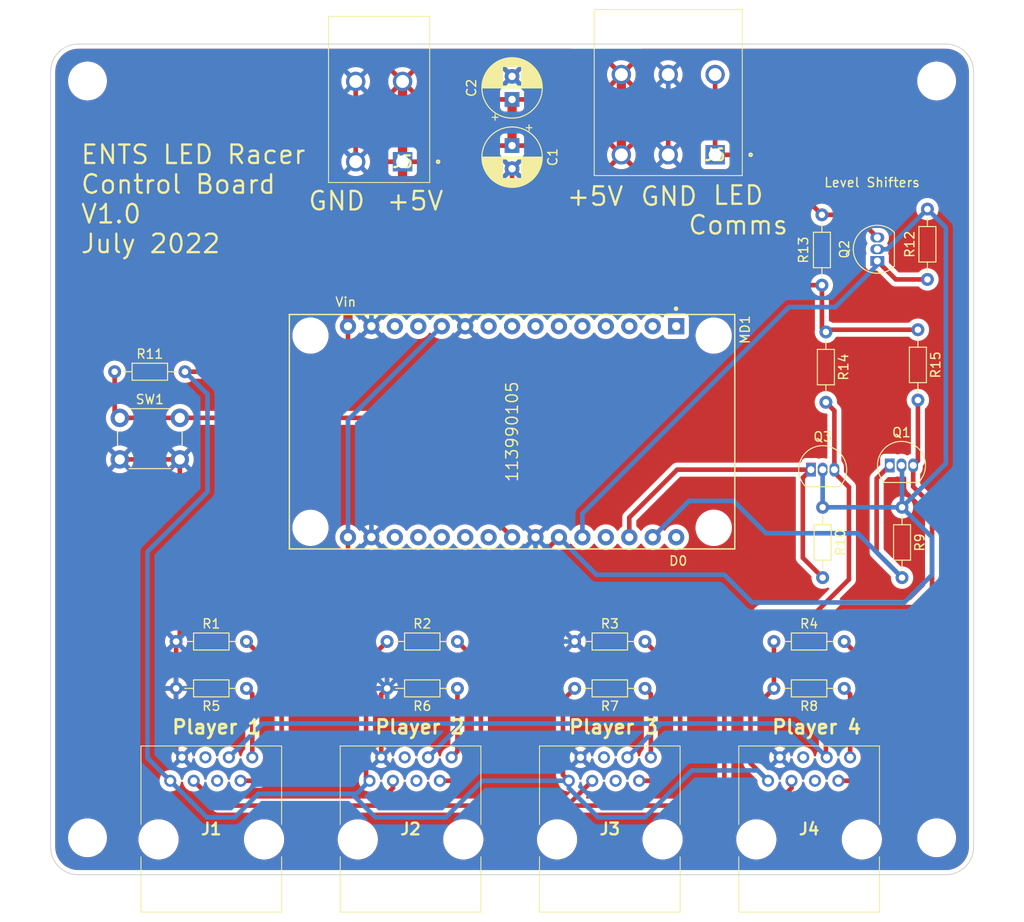
<source format=kicad_pcb>
(kicad_pcb (version 20211014) (generator pcbnew)
  (layers (0 "F.Cu" signal) (31 "B.Cu" signal) (34 "B.Paste" user) (35 "F.Paste" user) (36 "B.SilkS" user "B.Silkscreen") (37 "F.SilkS" user "F.Silkscreen") (38 "B.Mask" user) (39 "F.Mask" user) (44 "Edge.Cuts" user))
  (net 0 "")
  (net 1 "+5V")
  (net 2 "GND")
  (net 3 "/SDA_HV")
  (net 6 "/SCL_HV")
  (net 7 "Net-(J1-Pad7)")
  (net 8 "Net-(J1-Pad8)")
  (net 11 "Net-(J2-Pad7)")
  (net 12 "Net-(J2-Pad8)")
  (net 15 "Net-(J3-Pad7)")
  (net 16 "Net-(J3-Pad8)")
  (net 19 "Net-(J4-Pad7)")
  (net 20 "Net-(J4-Pad8)")
  (net 21 "/LED_COMM_HV")
  (net 31 "+3V3")
  (net 39 "/Button")
  (net 40 "/LED_COMM_LV")
  (net 42 "/SDA_LV")
  (net 43 "/SCL_LV")
  (footprint "Button_Switch_THT:SW_PUSH_6mm" (layer "F.Cu") (at 25.5 58.5)
    (fp_text reference "SW1" (at 3.25 -2) (layer "F.SilkS"))
    (fp_text value "SW_Push")
    (pad "1" thru_hole circle (at 6.5 0 90) (size 2 2) (drill 1.1) (layers *.Cu *.Mask) (net 39 "/Button"))
    (pad "1" thru_hole circle (at 0 0 90) (size 2 2) (drill 1.1) (layers *.Cu *.Mask) (net 39 "/Button"))
    (pad "2" thru_hole circle (at 0 4.5 90) (size 2 2) (drill 1.1) (layers *.Cu *.Mask) (net 2 "GND"))
    (pad "2" thru_hole circle (at 6.5 4.5 90) (size 2 2) (drill 1.1) (layers *.Cu *.Mask) (net 2 "GND"))
  )
  (footprint "Capacitor_THT:CP_Radial_D6.3mm_P2.50mm" (layer "F.Cu") (at 68 24 90)
    (fp_text reference "C2" (at 1.25 -4.4 90) (layer "F.SilkS"))
    (fp_text value "C_Polarized")
    (pad "1" thru_hole rect (at 0 0 90) (size 1.6 1.6) (drill 0.8) (layers *.Cu *.Mask) (net 1 "+5V"))
    (pad "2" thru_hole circle (at 2.5 0 90) (size 1.6 1.6) (drill 0.8) (layers *.Cu *.Mask) (net 2 "GND"))
  )
  (footprint "MountingHole:MountingHole_3.2mm_M3" (layer "F.Cu") (at 114 104)
    (fp_text reference "REF**" hide)
    (fp_text value "MountingHole_3.2mm_M3")
    (pad "" np_thru_hole circle (at 0 0) (size 3.2 3.2) (drill 3.2) (layers *.Cu *.Mask))
  )
  (footprint "Resistor_THT:R_Axial_DIN0204_L3.6mm_D1.6mm_P7.62mm_Horizontal" (layer "F.Cu") (at 113 43.5 90)
    (fp_text reference "R12" (at 3.81 -1.92 90) (layer "F.SilkS"))
    (fp_text value "4.7k")
    (pad "1" thru_hole circle (at 0 0 90) (size 1.4 1.4) (drill 0.7) (layers *.Cu *.Mask) (net 40 "/LED_COMM_LV"))
    (pad "2" thru_hole oval (at 7.62 0 90) (size 1.4 1.4) (drill 0.7) (layers *.Cu *.Mask) (net 31 "+3V3"))
  )
  (footprint "KiCad:54601908WPLF" (layer "F.Cu") (at 30.965 97.82)
    (fp_text reference "J1" (at 4.445 5.23) (layer "F.SilkS") (effects (font (size 1.27 1.27) (thickness 0.254))))
    (fp_text value "54601-908WPLF" hide)
    (pad "" np_thru_hole circle locked (at 10.161 6.35) (size 3.35 3.35) (drill 3.35) (layers *.Cu *.Mask))
    (pad "" np_thru_hole circle locked (at -1.271 6.35) (size 3.35 3.35) (drill 3.35) (layers *.Cu *.Mask))
    (pad "1" thru_hole circle locked (at 0 0) (size 1.303 1.303) (drill 0.76) (layers *.Cu *.Mask) (net 1 "+5V"))
    (pad "2" thru_hole circle locked (at 1.27 -2.54) (size 1.303 1.303) (drill 0.76) (layers *.Cu *.Mask) (net 2 "GND"))
    (pad "3" thru_hole circle locked (at 2.54 0) (size 1.303 1.303) (drill 0.76) (layers *.Cu *.Mask) (net 3 "/SDA_HV"))
    (pad "4" thru_hole circle locked (at 3.81 -2.54) (size 1.303 1.303) (drill 0.76) (layers *.Cu *.Mask))
    (pad "5" thru_hole circle locked (at 5.08 0) (size 1.303 1.303) (drill 0.76) (layers *.Cu *.Mask))
    (pad "6" thru_hole circle locked (at 6.35 -2.54) (size 1.303 1.303) (drill 0.76) (layers *.Cu *.Mask) (net 6 "/SCL_HV"))
    (pad "7" thru_hole circle locked (at 7.62 0) (size 1.303 1.303) (drill 0.76) (layers *.Cu *.Mask) (net 7 "Net-(J1-Pad7)"))
    (pad "8" thru_hole circle locked (at 8.89 -2.54) (size 1.303 1.303) (drill 0.76) (layers *.Cu *.Mask) (net 8 "Net-(J1-Pad8)"))
  )
  (footprint "KiCad:54601908WPLF" (layer "F.Cu") (at 95.735 97.82)
    (fp_text reference "J4" (at 4.445 5.23) (layer "F.SilkS") (effects (font (size 1.27 1.27) (thickness 0.254))))
    (fp_text value "54601-908WPLF" hide)
    (pad "" np_thru_hole circle locked (at 10.161 6.35) (size 3.35 3.35) (drill 3.35) (layers *.Cu *.Mask))
    (pad "" np_thru_hole circle locked (at -1.271 6.35) (size 3.35 3.35) (drill 3.35) (layers *.Cu *.Mask))
    (pad "1" thru_hole circle locked (at 0 0) (size 1.303 1.303) (drill 0.76) (layers *.Cu *.Mask) (net 1 "+5V"))
    (pad "2" thru_hole circle locked (at 1.27 -2.54) (size 1.303 1.303) (drill 0.76) (layers *.Cu *.Mask) (net 2 "GND"))
    (pad "3" thru_hole circle locked (at 2.54 0) (size 1.303 1.303) (drill 0.76) (layers *.Cu *.Mask) (net 3 "/SDA_HV"))
    (pad "4" thru_hole circle locked (at 3.81 -2.54) (size 1.303 1.303) (drill 0.76) (layers *.Cu *.Mask))
    (pad "5" thru_hole circle locked (at 5.08 0) (size 1.303 1.303) (drill 0.76) (layers *.Cu *.Mask))
    (pad "6" thru_hole circle locked (at 6.35 -2.54) (size 1.303 1.303) (drill 0.76) (layers *.Cu *.Mask) (net 6 "/SCL_HV"))
    (pad "7" thru_hole circle locked (at 7.62 0) (size 1.303 1.303) (drill 0.76) (layers *.Cu *.Mask) (net 19 "Net-(J4-Pad7)"))
    (pad "8" thru_hole circle locked (at 8.89 -2.54) (size 1.303 1.303) (drill 0.76) (layers *.Cu *.Mask) (net 20 "Net-(J4-Pad8)"))
  )
  (footprint "Resistor_THT:R_Axial_DIN0204_L3.6mm_D1.6mm_P7.62mm_Horizontal" (layer "F.Cu") (at 62.08 87.81 180)
    (fp_text reference "R6" (at 3.81 -1.92) (layer "F.SilkS"))
    (fp_text value "1k")
    (pad "1" thru_hole circle (at 0 0 180) (size 1.4 1.4) (drill 0.7) (layers *.Cu *.Mask) (net 12 "Net-(J2-Pad8)"))
    (pad "2" thru_hole oval (at 7.62 0 180) (size 1.4 1.4) (drill 0.7) (layers *.Cu *.Mask) (net 2 "GND"))
  )
  (footprint "Resistor_THT:R_Axial_DIN0204_L3.6mm_D1.6mm_P7.62mm_Horizontal" (layer "F.Cu") (at 24.94 53.5)
    (fp_text reference "R11" (at 3.81 -1.92) (layer "F.SilkS"))
    (fp_text value "4.7k")
    (pad "1" thru_hole circle (at 0 0) (size 1.4 1.4) (drill 0.7) (layers *.Cu *.Mask) (net 39 "/Button"))
    (pad "2" thru_hole oval (at 7.62 0) (size 1.4 1.4) (drill 0.7) (layers *.Cu *.Mask) (net 1 "+5V"))
  )
  (footprint "Resistor_THT:R_Axial_DIN0204_L3.6mm_D1.6mm_P7.62mm_Horizontal" (layer "F.Cu") (at 54.46 82.73)
    (fp_text reference "R2" (at 3.81 -1.92) (layer "F.SilkS"))
    (fp_text value "1k")
    (pad "1" thru_hole circle (at 0 0) (size 1.4 1.4) (drill 0.7) (layers *.Cu *.Mask) (net 1 "+5V"))
    (pad "2" thru_hole oval (at 7.62 0) (size 1.4 1.4) (drill 0.7) (layers *.Cu *.Mask) (net 11 "Net-(J2-Pad7)"))
  )
  (footprint "MountingHole:MountingHole_3.2mm_M3" (layer "F.Cu") (at 22 22)
    (fp_text reference "REF**" hide)
    (fp_text value "MountingHole_3.2mm_M3")
    (pad "" np_thru_hole circle (at 0 0) (size 3.2 3.2) (drill 3.2) (layers *.Cu *.Mask))
  )
  (footprint "Package_TO_SOT_THT:TO-92_Inline" (layer "F.Cu") (at 107.57 41.5 90)
    (fp_text reference "Q2" (at 1.27 -3.56 90) (layer "F.SilkS"))
    (fp_text value "TN0104N3-G")
    (pad "1" thru_hole rect (at 0 0 90) (size 1.05 1.5) (drill 0.75) (layers *.Cu *.Mask) (net 40 "/LED_COMM_LV"))
    (pad "2" thru_hole oval (at 1.27 0 90) (size 1.05 1.5) (drill 0.75) (layers *.Cu *.Mask) (net 31 "+3V3"))
    (pad "3" thru_hole oval (at 2.54 0 90) (size 1.05 1.5) (drill 0.75) (layers *.Cu *.Mask) (net 21 "/LED_COMM_HV"))
  )
  (footprint "1017492:1017492" (layer "F.Cu") (at 90 30 180)
    (fp_text reference "J6" (at 0 0) (layer "F.SilkS") (effects (font (size 1.27 1.27) (thickness 0.254))))
    (fp_text value "1017492" hide)
    (pad "1" thru_hole rect locked (at 0 0 180) (size 2.1 2.1) (drill 1.4) (layers *.Cu *.Mask) (net 21 "/LED_COMM_HV"))
    (pad "2" thru_hole circle locked (at 0 8.7 180) (size 2.1 2.1) (drill 1.4) (layers *.Cu *.Mask) (net 21 "/LED_COMM_HV"))
    (pad "3" thru_hole circle locked (at 5.08 0 180) (size 2.1 2.1) (drill 1.4) (layers *.Cu *.Mask) (net 2 "GND"))
    (pad "4" thru_hole circle locked (at 5.08 8.7 180) (size 2.1 2.1) (drill 1.4) (layers *.Cu *.Mask) (net 2 "GND"))
    (pad "5" thru_hole circle locked (at 10.16 0 180) (size 2.1 2.1) (drill 1.4) (layers *.Cu *.Mask) (net 1 "+5V"))
    (pad "6" thru_hole circle locked (at 10.16 8.7 180) (size 2.1 2.1) (drill 1.4) (layers *.Cu *.Mask) (net 1 "+5V"))
  )
  (footprint "Resistor_THT:R_Axial_DIN0204_L3.6mm_D1.6mm_P7.62mm_Horizontal" (layer "F.Cu") (at 96.37 82.73)
    (fp_text reference "R4" (at 3.81 -1.92) (layer "F.SilkS"))
    (fp_text value "1k")
    (pad "1" thru_hole circle (at 0 0) (size 1.4 1.4) (drill 0.7) (layers *.Cu *.Mask) (net 1 "+5V"))
    (pad "2" thru_hole oval (at 7.62 0) (size 1.4 1.4) (drill 0.7) (layers *.Cu *.Mask) (net 19 "Net-(J4-Pad7)"))
  )
  (footprint "Resistor_THT:R_Axial_DIN0204_L3.6mm_D1.6mm_P7.62mm_Horizontal" (layer "F.Cu") (at 101.57 36.5 -90)
    (fp_text reference "R13" (at 3.81 2 90) (layer "F.SilkS"))
    (fp_text value "4.7k")
    (pad "1" thru_hole circle (at 0 0 270) (size 1.4 1.4) (drill 0.7) (layers *.Cu *.Mask) (net 21 "/LED_COMM_HV"))
    (pad "2" thru_hole oval (at 7.62 0 270) (size 1.4 1.4) (drill 0.7) (layers *.Cu *.Mask) (net 1 "+5V"))
  )
  (footprint "KiCad:54601908WPLF" (layer "F.Cu") (at 74.145 97.82)
    (fp_text reference "J3" (at 4.445 5.23) (layer "F.SilkS") (effects (font (size 1.27 1.27) (thickness 0.254))))
    (fp_text value "54601-908WPLF" hide)
    (pad "" np_thru_hole circle locked (at 10.161 6.35) (size 3.35 3.35) (drill 3.35) (layers *.Cu *.Mask))
    (pad "" np_thru_hole circle locked (at -1.271 6.35) (size 3.35 3.35) (drill 3.35) (layers *.Cu *.Mask))
    (pad "1" thru_hole circle locked (at 0 0) (size 1.303 1.303) (drill 0.76) (layers *.Cu *.Mask) (net 1 "+5V"))
    (pad "2" thru_hole circle locked (at 1.27 -2.54) (size 1.303 1.303) (drill 0.76) (layers *.Cu *.Mask) (net 2 "GND"))
    (pad "3" thru_hole circle locked (at 2.54 0) (size 1.303 1.303) (drill 0.76) (layers *.Cu *.Mask) (net 3 "/SDA_HV"))
    (pad "4" thru_hole circle locked (at 3.81 -2.54) (size 1.303 1.303) (drill 0.76) (layers *.Cu *.Mask))
    (pad "5" thru_hole circle locked (at 5.08 0) (size 1.303 1.303) (drill 0.76) (layers *.Cu *.Mask))
    (pad "6" thru_hole circle locked (at 6.35 -2.54) (size 1.303 1.303) (drill 0.76) (layers *.Cu *.Mask) (net 6 "/SCL_HV"))
    (pad "7" thru_hole circle locked (at 7.62 0) (size 1.303 1.303) (drill 0.76) (layers *.Cu *.Mask) (net 15 "Net-(J3-Pad7)"))
    (pad "8" thru_hole circle locked (at 8.89 -2.54) (size 1.303 1.303) (drill 0.76) (layers *.Cu *.Mask) (net 16 "Net-(J3-Pad8)"))
  )
  (footprint "Resistor_THT:R_Axial_DIN0204_L3.6mm_D1.6mm_P7.62mm_Horizontal" (layer "F.Cu") (at 102 49.19 -90)
    (fp_text reference "R14" (at 3.81 -1.92 90) (layer "F.SilkS"))
    (fp_text value "4.7K")
    (pad "1" thru_hole circle (at 0 0 270) (size 1.4 1.4) (drill 0.7) (layers *.Cu *.Mask) (net 1 "+5V"))
    (pad "2" thru_hole oval (at 7.62 0 270) (size 1.4 1.4) (drill 0.7) (layers *.Cu *.Mask) (net 3 "/SDA_HV"))
  )
  (footprint "Capacitor_THT:CP_Radial_D6.3mm_P2.50mm" (layer "F.Cu") (at 68 29 -90)
    (fp_text reference "C1" (at 1.25 -4.4 90) (layer "F.SilkS"))
    (fp_text value "C_Polarized")
    (pad "1" thru_hole rect (at 0 0 270) (size 1.6 1.6) (drill 0.8) (layers *.Cu *.Mask) (net 1 "+5V"))
    (pad "2" thru_hole circle (at 2.5 0 270) (size 1.6 1.6) (drill 0.8) (layers *.Cu *.Mask) (net 2 "GND"))
  )
  (footprint "1017491:1017491" (layer "F.Cu") (at 56.135 30.75 180)
    (fp_text reference "J5" (at 0 0) (layer "F.SilkS") (effects (font (size 1.27 1.27) (thickness 0.254))))
    (fp_text value "1017491" hide)
    (pad "1" thru_hole rect locked (at 0 0 180) (size 2.1 2.1) (drill 1.4) (layers *.Cu *.Mask) (net 1 "+5V"))
    (pad "2" thru_hole circle locked (at 0 8.7 180) (size 2.1 2.1) (drill 1.4) (layers *.Cu *.Mask) (net 1 "+5V"))
    (pad "3" thru_hole circle locked (at 5.08 0 180) (size 2.1 2.1) (drill 1.4) (layers *.Cu *.Mask) (net 2 "GND"))
    (pad "4" thru_hole circle locked (at 5.08 8.7 180) (size 2.1 2.1) (drill 1.4) (layers *.Cu *.Mask) (net 2 "GND"))
  )
  (footprint "KiCad:54601908WPLF" (layer "F.Cu") (at 52.555 97.82)
    (fp_text reference "J2" (at 4.445 5.23) (layer "F.SilkS") (effects (font (size 1.27 1.27) (thickness 0.254))))
    (fp_text value "54601-908WPLF" hide)
    (pad "" np_thru_hole circle locked (at 10.161 6.35) (size 3.35 3.35) (drill 3.35) (layers *.Cu *.Mask))
    (pad "" np_thru_hole circle locked (at -1.271 6.35) (size 3.35 3.35) (drill 3.35) (layers *.Cu *.Mask))
    (pad "1" thru_hole circle locked (at 0 0) (size 1.303 1.303) (drill 0.76) (layers *.Cu *.Mask) (net 1 "+5V"))
    (pad "2" thru_hole circle locked (at 1.27 -2.54) (size 1.303 1.303) (drill 0.76) (layers *.Cu *.Mask) (net 2 "GND"))
    (pad "3" thru_hole circle locked (at 2.54 0) (size 1.303 1.303) (drill 0.76) (layers *.Cu *.Mask) (net 3 "/SDA_HV"))
    (pad "4" thru_hole circle locked (at 3.81 -2.54) (size 1.303 1.303) (drill 0.76) (layers *.Cu *.Mask))
    (pad "5" thru_hole circle locked (at 5.08 0) (size 1.303 1.303) (drill 0.76) (layers *.Cu *.Mask))
    (pad "6" thru_hole circle locked (at 6.35 -2.54) (size 1.303 1.303) (drill 0.76) (layers *.Cu *.Mask) (net 6 "/SCL_HV"))
    (pad "7" thru_hole circle locked (at 7.62 0) (size 1.303 1.303) (drill 0.76) (layers *.Cu *.Mask) (net 11 "Net-(J2-Pad7)"))
    (pad "8" thru_hole circle locked (at 8.89 -2.54) (size 1.303 1.303) (drill 0.76) (layers *.Cu *.Mask) (net 12 "Net-(J2-Pad8)"))
  )
  (footprint "Resistor_THT:R_Axial_DIN0204_L3.6mm_D1.6mm_P7.62mm_Horizontal" (layer "F.Cu") (at 39.22 87.81 180)
    (fp_text reference "R5" (at 3.81 -1.92) (layer "F.SilkS"))
    (fp_text value "1k")
    (pad "1" thru_hole circle (at 0 0 180) (size 1.4 1.4) (drill 0.7) (layers *.Cu *.Mask) (net 8 "Net-(J1-Pad8)"))
    (pad "2" thru_hole oval (at 7.62 0 180) (size 1.4 1.4) (drill 0.7) (layers *.Cu *.Mask) (net 2 "GND"))
  )
  (footprint "MountingHole:MountingHole_3.2mm_M3" (layer "F.Cu") (at 114 22)
    (fp_text reference "REF**" hide)
    (fp_text value "MountingHole_3.2mm_M3")
    (pad "" np_thru_hole circle (at 0 0) (size 3.2 3.2) (drill 3.2) (layers *.Cu *.Mask))
  )
  (footprint "Resistor_THT:R_Axial_DIN0204_L3.6mm_D1.6mm_P7.62mm_Horizontal" (layer "F.Cu") (at 111.97 48.95 -90)
    (fp_text reference "R15" (at 3.81 -1.92 -270) (layer "F.SilkS"))
    (fp_text value "4.7K")
    (pad "1" thru_hole circle (at 0 0 270) (size 1.4 1.4) (drill 0.7) (layers *.Cu *.Mask) (net 1 "+5V"))
    (pad "2" thru_hole oval (at 7.62 0 270) (size 1.4 1.4) (drill 0.7) (layers *.Cu *.Mask) (net 6 "/SCL_HV"))
  )
  (footprint "Resistor_THT:R_Axial_DIN0204_L3.6mm_D1.6mm_P7.62mm_Horizontal" (layer "F.Cu") (at 103.99 87.81 180)
    (fp_text reference "R8" (at 3.81 -1.92) (layer "F.SilkS"))
    (fp_text value "1k")
    (pad "1" thru_hole circle (at 0 0 180) (size 1.4 1.4) (drill 0.7) (layers *.Cu *.Mask) (net 20 "Net-(J4-Pad8)"))
    (pad "2" thru_hole oval (at 7.62 0 180) (size 1.4 1.4) (drill 0.7) (layers *.Cu *.Mask) (net 1 "+5V"))
  )
  (footprint "Package_TO_SOT_THT:TO-92_Inline" (layer "F.Cu") (at 108.92 63.65)
    (fp_text reference "Q1" (at 1.27 -3.56) (layer "F.SilkS"))
    (fp_text value "TN0104N3-G")
    (pad "1" thru_hole rect (at 0 0) (size 1.05 1.5) (drill 0.75) (layers *.Cu *.Mask) (net 43 "/SCL_LV"))
    (pad "2" thru_hole oval (at 1.27 0) (size 1.05 1.5) (drill 0.75) (layers *.Cu *.Mask) (net 31 "+3V3"))
    (pad "3" thru_hole oval (at 2.54 0) (size 1.05 1.5) (drill 0.75) (layers *.Cu *.Mask) (net 6 "/SCL_HV"))
  )
  (footprint "Resistor_THT:R_Axial_DIN0204_L3.6mm_D1.6mm_P7.62mm_Horizontal" (layer "F.Cu") (at 110.25 68.19 -90)
    (fp_text reference "R9" (at 3.81 -1.92 90) (layer "F.SilkS"))
    (fp_text value "4.7K")
    (pad "1" thru_hole circle (at 0 0 270) (size 1.4 1.4) (drill 0.7) (layers *.Cu *.Mask) (net 31 "+3V3"))
    (pad "2" thru_hole oval (at 7.62 0 270) (size 1.4 1.4) (drill 0.7) (layers *.Cu *.Mask) (net 43 "/SCL_LV"))
  )
  (footprint "MountingHole:MountingHole_3.2mm_M3" (layer "F.Cu") (at 22 104)
    (fp_text reference "REF**" hide)
    (fp_text value "MountingHole_3.2mm_M3")
    (pad "" np_thru_hole circle (at 0 0) (size 3.2 3.2) (drill 3.2) (layers *.Cu *.Mask))
  )
  (footprint "Package_TO_SOT_THT:TO-92_Inline" (layer "F.Cu") (at 100.38 64.11)
    (fp_text reference "Q3" (at 1.27 -3.56) (layer "F.SilkS"))
    (fp_text value "TN0104N3-G")
    (pad "1" thru_hole rect (at 0 0) (size 1.05 1.5) (drill 0.75) (layers *.Cu *.Mask) (net 42 "/SDA_LV"))
    (pad "2" thru_hole oval (at 1.27 0) (size 1.05 1.5) (drill 0.75) (layers *.Cu *.Mask) (net 31 "+3V3"))
    (pad "3" thru_hole oval (at 2.54 0) (size 1.05 1.5) (drill 0.75) (layers *.Cu *.Mask) (net 3 "/SDA_HV"))
  )
  (footprint "Resistor_THT:R_Axial_DIN0204_L3.6mm_D1.6mm_P7.62mm_Horizontal" (layer "F.Cu") (at 74.78 82.73)
    (fp_text reference "R3" (at 3.81 -1.92) (layer "F.SilkS"))
    (fp_text value "1k")
    (pad "1" thru_hole circle (at 0 0) (size 1.4 1.4) (drill 0.7) (layers *.Cu *.Mask) (net 2 "GND"))
    (pad "2" thru_hole oval (at 7.62 0) (size 1.4 1.4) (drill 0.7) (layers *.Cu *.Mask) (net 15 "Net-(J3-Pad7)"))
  )
  (footprint "Node:Seeed_Studio-113990105-MFG" (layer "F.Cu") (at 68 60 -90)
    (fp_text reference "MD1" (at -12.7 -25.24 90) (layer "F.SilkS") (effects (justify right)))
    (fp_text value "113990105" (at 0 0 90) (layer "F.SilkS") (effects (font (size 1.27 1.27))))
    (pad "" np_thru_hole circle locked (at 10.414 21.844 270) (size 2.921 2.921) (drill 2.921) (layers *.Cu *.Mask))
    (pad "" np_thru_hole circle locked (at 10.414 -21.844 270) (size 2.921 2.921) (drill 2.921) (layers *.Cu *.Mask))
    (pad "" np_thru_hole circle locked (at -10.414 21.844 270) (size 2.921 2.921) (drill 2.921) (layers *.Cu *.Mask))
    (pad "" np_thru_hole circle locked (at -10.414 -21.844 270) (size 2.921 2.921) (drill 2.921) (layers *.Cu *.Mask))
    (pad "1" thru_hole rect locked (at -11.43 -17.78 270) (size 1.753 1.753) (drill 0.889) (layers *.Cu))
    (pad "2" thru_hole circle locked (at -11.43 -15.24 270) (size 1.753 1.753) (drill 0.889) (layers *.Cu))
    (pad "3" thru_hole circle locked (at -11.43 -12.7 270) (size 1.753 1.753) (drill 0.889) (layers *.Cu))
    (pad "4" thru_hole circle locked (at -11.43 -10.16 270) (size 1.753 1.753) (drill 0.889) (layers *.Cu))
    (pad "5" thru_hole circle locked (at -11.43 -7.62 270) (size 1.753 1.753) (drill 0.889) (layers *.Cu))
    (pad "6" thru_hole circle locked (at -11.43 -5.08 270) (size 1.753 1.753) (drill 0.889) (layers *.Cu))
    (pad "7" thru_hole circle locked (at -11.43 -2.54 270) (size 1.753 1.753) (drill 0.889) (layers *.Cu))
    (pad "8" thru_hole circle locked (at -11.43 0 270) (size 1.753 1.753) (drill 0.889) (layers *.Cu))
    (pad "9" thru_hole circle locked (at -11.43 2.54 270) (size 1.753 1.753) (drill 0.889) (layers *.Cu))
    (pad "10" thru_hole circle locked (at -11.43 5.08 270) (size 1.753 1.753) (drill 0.889) (layers *.Cu) (net 2 "GND"))
    (pad "11" thru_hole circle locked (at -11.43 7.62 270) (size 1.753 1.753) (drill 0.889) (layers *.Cu) (net 31 "+3V3"))
    (pad "12" thru_hole circle locked (at -11.43 10.16 270) (size 1.753 1.753) (drill 0.889) (layers *.Cu))
    (pad "13" thru_hole circle locked (at -11.43 12.7 270) (size 1.753 1.753) (drill 0.889) (layers *.Cu))
    (pad "14" thru_hole circle locked (at -11.43 15.24 270) (size 1.753 1.753) (drill 0.889) (layers *.Cu) (net 2 "GND"))
    (pad "15" thru_hole circle locked (at -11.43 17.78 270) (size 1.753 1.753) (drill 0.889) (layers *.Cu) (net 1 "+5V"))
    (pad "16" thru_hole circle locked (at 11.43 17.78 270) (size 1.753 1.753) (drill 0.889) (layers *.Cu) (net 31 "+3V3"))
    (pad "17" thru_hole circle locked (at 11.43 15.24 270) (size 1.753 1.753) (drill 0.889) (layers *.Cu) (net 2 "GND"))
    (pad "18" thru_hole circle locked (at 11.43 12.7 270) (size 1.753 1.753) (drill 0.889) (layers *.Cu))
    (pad "19" thru_hole circle locked (at 11.43 10.16 270) (size 1.753 1.753) (drill 0.889) (layers *.Cu))
    (pad "20" thru_hole circle locked (at 11.43 7.62 270) (size 1.753 1.753) (drill 0.889) (layers *.Cu))
    (pad "21" thru_hole circle locked (at 11.43 5.08 270) (size 1.753 1.753) (drill 0.889) (layers *.Cu))
    (pad "22" thru_hole circle locked (at 11.43 2.54 270) (size 1.753 1.753) (drill 0.889) (layers *.Cu))
    (pad "23" thru_hole circle locked (at 11.43 0 270) (size 1.753 1.753) (drill 0.889) (layers *.Cu) (net 39 "/Button"))
    (pad "24" thru_hole circle locked (at 11.43 -2.54 270) (size 1.753 1.753) (drill 0.889) (layers *.Cu) (net 2 "GND"))
    (pad "25" thru_hole circle locked (at 11.43 -5.08 270) (size 1.753 1.753) (drill 0.889) (layers *.Cu) (net 31 "+3V3"))
    (pad "26" thru_hole circle locked (at 11.43 -7.62 270) (size 1.753 1.753) (drill 0.889) (layers *.Cu) (net 40 "/LED_COMM_LV"))
    (pad "27" thru_hole circle locked (at 11.43 -10.16 270) (size 1.753 1.753) (drill 0.889) (layers *.Cu))
    (pad "28" thru_hole circle locked (at 11.43 -12.7 270) (size 1.753 1.753) (drill 0.889) (layers *.Cu) (net 42 "/SDA_LV"))
    (pad "29" thru_hole circle locked (at 11.43 -15.24 270) (size 1.753 1.753) (drill 0.889) (layers *.Cu) (net 43 "/SCL_LV"))
    (pad "30" thru_hole circle locked (at 11.43 -17.78 270) (size 1.753 1.753) (drill 0.889) (layers *.Cu))
  )
  (footprint "Resistor_THT:R_Axial_DIN0204_L3.6mm_D1.6mm_P7.62mm_Horizontal" (layer "F.Cu") (at 82.4 87.81 180)
    (fp_text reference "R7" (at 3.81 -1.92) (layer "F.SilkS"))
    (fp_text value "1k")
    (pad "1" thru_hole circle (at 0 0 180) (size 1.4 1.4) (drill 0.7) (layers *.Cu *.Mask) (net 16 "Net-(J3-Pad8)"))
    (pad "2" thru_hole oval (at 7.62 0 180) (size 1.4 1.4) (drill 0.7) (layers *.Cu *.Mask) (net 1 "+5V"))
  )
  (footprint "Resistor_THT:R_Axial_DIN0204_L3.6mm_D1.6mm_P7.62mm_Horizontal" (layer "F.Cu") (at 31.6 82.73)
    (fp_text reference "R1" (at 3.81 -1.92) (layer "F.SilkS"))
    (fp_text value "1k")
    (pad "1" thru_hole circle (at 0 0) (size 1.4 1.4) (drill 0.7) (layers *.Cu *.Mask) (net 2 "GND"))
    (pad "2" thru_hole oval (at 7.62 0) (size 1.4 1.4) (drill 0.7) (layers *.Cu *.Mask) (net 7 "Net-(J1-Pad7)"))
  )
  (footprint "Resistor_THT:R_Axial_DIN0204_L3.6mm_D1.6mm_P7.62mm_Horizontal" (layer "F.Cu") (at 101.65 68.19 -90)
    (fp_text reference "R10" (at 3.81 -1.92 90) (layer "F.SilkS"))
    (fp_text value "4.7K")
    (pad "1" thru_hole circle (at 0 0 270) (size 1.4 1.4) (drill 0.7) (layers *.Cu *.Mask) (net 31 "+3V3"))
    (pad "2" thru_hole oval (at 7.62 0 270) (size 1.4 1.4) (drill 0.7) (layers *.Cu *.Mask) (net 42 "/SDA_LV"))
  )
  (gr_line (start 18 21) (end 18 105) (layer "Edge.Cuts") (width 0.1))
  (gr_arc locked (start 18 21) (mid 18.87868 18.87868) (end 21 18) (layer "Edge.Cuts") (width 0.1))
  (gr_line (start 115 18) (end 21 18) (layer "Edge.Cuts") (width 0.1))
  (gr_arc (start 21 108) (mid 18.87868 107.12132) (end 18 105) (layer "Edge.Cuts") (width 0.1))
  (gr_line (start 118 105) (end 118 21) (layer "Edge.Cuts") (width 0.1))
  (gr_arc (start 118 105) (mid 117.12132 107.12132) (end 115 108) (layer "Edge.Cuts") (width 0.1))
  (gr_arc (start 115 18) (mid 117.12132 18.87868) (end 118 21) (layer "Edge.Cuts") (width 0.1))
  (gr_line (start 21 108) (end 115 108) (layer "Edge.Cuts") (width 0.1))
  (gr_text "Player 4" (at 101 92) (layer "F.SilkS") (effects (font (size 1.5 1.5) (thickness 0.3))))
  (gr_text "D0" (at 86 74) (layer "F.SilkS") (effects (font (size 1 1))))
  (gr_text "ENTS LED Racer\nControl Board\nV1.0\nJuly 2022" (at 21.15 34.8) (layer "F.SilkS") (effects (font (size 2 2) (thickness 0.25)) (justify left)))
  (gr_text "Player 2" (at 58 92) (layer "F.SilkS") (effects (font (size 1.5 1.5) (thickness 0.3))))
  (gr_text "+5V" (at 57.5 35) (layer "F.SilkS") (effects (font (size 2 2) (thickness 0.25))))
  (gr_text "Player 1" (at 36 92) (layer "F.SilkS") (effects (font (size 1.5 1.5) (thickness 0.3))))
  (gr_text "GND" (at 85 34.5) (layer "F.SilkS") (effects (font (size 2 2) (thickness 0.25))))
  (gr_text "Vin" (at 49.975 45.95) (layer "F.SilkS") (effects (font (size 1 1))))
  (gr_text "Player 3" (at 79 92) (layer "F.SilkS") (effects (font (size 1.5 1.5) (thickness 0.3))))
  (gr_text "GND" (at 49 35) (layer "F.SilkS") (effects (font (size 2 2) (thickness 0.25))))
  (gr_text "+5V" (at 77 34.5) (layer "F.SilkS") (effects (font (size 2 2) (thickness 0.25))))
  (gr_text "Level Shifters" (at 107 33) (layer "F.SilkS") (effects (font (size 1 1))))
  (gr_text "LED\nComms" (at 92.5 36) (layer "F.SilkS") (effects (font (size 2 2) (thickness 0.25))))
  (segment (start 52.179415 97.444415) (end 52.555 97.82) (width 0.5) (layer "F.Cu") (net 1))
  (segment (start 56.16 26.55) (end 56.135 26.525) (width 1) (layer "F.Cu") (net 1))
  (segment (start 96.37 82.73) (end 96.37 87.81) (width 0.5) (layer "F.Cu") (net 1))
  (segment (start 50.22 39.28) (end 50.22 48.57) (width 1) (layer "F.Cu") (net 1))
  (segment (start 96.37 87.81) (end 93.83 90.35) (width 0.5) (layer "F.Cu") (net 1))
  (segment (start 93.83 90.35) (end 93.83 95.915) (width 0.5) (layer "F.Cu") (net 1))
  (segment (start 73.51 97.185) (end 74.145 97.82) (width 0.5) (layer "F.Cu") (net 1))
  (segment (start 52.179415 85.010585) (end 52.179415 97.444415) (width 0.5) (layer "F.Cu") (net 1))
  (segment (start 56.16 26.55) (end 56.135 26.575) (width 1) (layer "F.Cu") (net 1))
  (segment (start 56.16 26.16) (end 56.135 26.135) (width 0.5) (layer "F.Cu") (net 1))
  (segment (start 101.57 44.12) (end 101.57 48.76) (width 0.5) (layer "F.Cu") (net 1))
  (segment (start 56.135 33.365) (end 50.22 39.28) (width 1) (layer "F.Cu") (net 1))
  (segment (start 32.56 53.5) (end 47 53.5) (width 0.5) (layer "F.Cu") (net 1))
  (segment (start 74.78 87.81) (end 73.51 89.08) (width 0.5) (layer "F.Cu") (net 1))
  (segment (start 79.84 26.55) (end 79.84 21.3) (width 1) (layer "F.Cu") (net 1))
  (segment (start 111.97 48.95) (end 102.24 48.95) (width 0.5) (layer "F.Cu") (net 1))
  (segment (start 93.96 44.12) (end 79.84 30) (width 0.5) (layer "F.Cu") (net 1))
  (segment (start 50.22 50.28) (end 50.22 48.57) (width 0.5) (layer "F.Cu") (net 1))
  (segment (start 101.57 48.76) (end 102 49.19) (width 0.5) (layer "F.Cu") (net 1))
  (segment (start 79.84 26.55) (end 79.84 30) (width 1) (layer "F.Cu") (net 1))
  (segment (start 56.135 26.525) (end 56.135 22.05) (width 1) (layer "F.Cu") (net 1))
  (segment (start 56.135 26.575) (end 56.135 30.75) (width 1) (layer "F.Cu") (net 1))
  (segment (start 93.83 95.915) (end 95.735 97.82) (width 0.5) (layer "F.Cu") (net 1))
  (segment (start 101.57 44.12) (end 93.96 44.12) (width 0.5) (layer "F.Cu") (net 1))
  (segment (start 79.84 26.55) (end 56.16 26.55) (width 1) (layer "F.Cu") (net 1))
  (segment (start 102.24 48.95) (end 102 49.19) (width 0.5) (layer "F.Cu") (net 1))
  (segment (start 54.46 82.73) (end 52.179415 85.010585) (width 0.5) (layer "F.Cu") (net 1))
  (segment (start 68 24.02) (end 68 29) (width 1) (layer "F.Cu") (net 1))
  (segment (start 47 53.5) (end 50.22 50.28) (width 0.5) (layer "F.Cu") (net 1))
  (segment (start 73.51 89.08) (end 73.51 97.185) (width 0.5) (layer "F.Cu") (net 1))
  (segment (start 56.135 30.75) (end 56.135 33.365) (width 1) (layer "F.Cu") (net 1))
  (segment (start 82.4 101.78) (end 77.32 101.78) (width 0.5) (layer "B.Cu") (net 1))
  (segment (start 77.32 101.78) (end 74.145 98.605) (width 0.5) (layer "B.Cu") (net 1))
  (segment (start 51.135 99.24) (end 40.49 99.24) (width 0.5) (layer "B.Cu") (net 1))
  (segment (start 35 55.94) (end 32.56 53.5) (width 0.5) (layer "B.Cu") (net 1))
  (segment (start 35 66.5) (end 35 55.94) (width 0.5) (layer "B.Cu") (net 1))
  (segment (start 37.95 101.78) (end 34.925 101.78) (width 0.5) (layer "B.Cu") (net 1))
  (segment (start 34.925 101.78) (end 30.965 97.82) (width 0.5) (layer "B.Cu") (net 1))
  (segment (start 28.5 73) (end 35 66.5) (width 0.5) (layer "B.Cu") (net 1))
  (segment (start 40.49 99.24) (end 37.95 101.78) (width 0.5) (layer "B.Cu") (net 1))
  (segment (start 28.5 95.355) (end 28.5 73) (width 0.5) (layer "B.Cu") (net 1))
  (segment (start 64.77 97.82) (end 60.81 101.78) (width 0.5) (layer "B.Cu") (net 1))
  (segment (start 74.145 98.605) (end 74.145 97.82) (width 0.5) (layer "B.Cu") (net 1))
  (segment (start 53.19 101.78) (end 50.65 99.24) (width 0.5) (layer "B.Cu") (net 1))
  (segment (start 60.81 101.78) (end 53.19 101.78) (width 0.5) (layer "B.Cu") (net 1))
  (segment (start 74.145 97.82) (end 64.77 97.82) (width 0.5) (layer "B.Cu") (net 1))
  (segment (start 95.735 97.82) (end 94.615 96.7) (width 0.5) (layer "B.Cu") (net 1))
  (segment (start 94.615 96.7) (end 87.48 96.7) (width 0.5) (layer "B.Cu") (net 1))
  (segment (start 30.965 97.82) (end 28.5 95.355) (width 0.5) (layer "B.Cu") (net 1))
  (segment (start 87.48 96.7) (end 82.4 101.78) (width 0.5) (layer "B.Cu") (net 1))
  (segment (start 52.555 97.82) (end 51.135 99.24) (width 0.5) (layer "B.Cu") (net 1))
  (segment (start 31.6 87.81) (end 31.6 82.73) (width 0.5) (layer "F.Cu") (net 2))
  (segment (start 31.6 94.645) (end 31.6 87.81) (width 0.5) (layer "F.Cu") (net 2))
  (segment (start 32 82.33) (end 31.6 82.73) (width 0.5) (layer "F.Cu") (net 2))
  (segment (start 62.92 48.57) (end 68 43.49) (width 0.5) (layer "F.Cu") (net 2))
  (segment (start 25.5 63) (end 32 63) (width 0.5) (layer "F.Cu") (net 2))
  (segment (start 54.46 87.81) (end 53.825 88.445) (width 0.5) (layer "F.Cu") (net 2))
  (segment (start 53.825 88.445) (end 53.825 95.28) (width 0.5) (layer "F.Cu") (net 2))
  (segment (start 51.055 22.05) (end 51.055 30.75) (width 0.5) (layer "F.Cu") (net 2))
  (segment (start 32.235 95.28) (end 31.6 94.645) (width 0.5) (layer "F.Cu") (net 2))
  (segment (start 74.78 82.73) (end 77.32 85.27) (width 0.5) (layer "F.Cu") (net 2))
  (segment (start 77.32 93.375) (end 75.415 95.28) (width 0.5) (layer "F.Cu") (net 2))
  (segment (start 68 43.49) (end 68 31.5) (width 0.5) (layer "F.Cu") (net 2))
  (segment (start 32 63) (end 32 82.33) (width 0.5) (layer "F.Cu") (net 2))
  (segment (start 77.32 85.27) (end 77.32 93.375) (width 0.5) (layer "F.Cu") (net 2))
  (segment (start 84.92 21.3) (end 84.92 30) (width 0.5) (layer "F.Cu") (net 2))
  (segment (start 83.15 25.3) (end 84.92 23.53) (width 0.5) (layer "B.Cu") (net 2))
  (segment (start 71.8 25.3) (end 83.15 25.3) (width 0.5) (layer "B.Cu") (net 2))
  (segment (start 70.54 78.49) (end 74.78 82.73) (width 0.5) (layer "B.Cu") (net 2))
  (segment (start 68 21.5) (end 71.8 25.3) (width 0.5) (layer "B.Cu") (net 2))
  (segment (start 45.27 78.92) (end 36.08 78.92) (width 0.5) (layer "B.Cu") (net 2))
  (segment (start 65.076827 84) (end 64.62 84) (width 0.5) (layer "B.Cu") (net 2))
  (segment (start 63.35 85.27) (end 57 85.27) (width 0.5) (layer "B.Cu") (net 2))
  (segment (start 74.78 82.73) (end 66.346827 82.73) (width 0.5) (layer "B.Cu") (net 2))
  (segment (start 68 21.5) (end 66 19.5) (width 0.5) (layer "B.Cu") (net 2))
  (segment (start 52.76 71.43) (end 45.27 78.92) (width 0.5) (layer "B.Cu") (net 2))
  (segment (start 59.35 45) (end 55 45) (width 0.5) (layer "B.Cu") (net 2))
  (segment (start 52.76 47.24) (end 52.76 48.57) (width 0.5) (layer "B.Cu") (net 2))
  (segment (start 66.346827 82.73) (end 65.076827 84) (width 0.5) (layer "B.Cu") (net 2))
  (segment (start 66 19.5) (end 53.605 19.5) (width 0.5) (layer "B.Cu") (net 2))
  (segment (start 62.92 48.57) (end 58 53.49) (width 0.5) (layer "B.Cu") (net 2))
  (segment (start 57 85.27) (end 54.46 87.81) (width 0.5) (layer "B.Cu") (net 2))
  (segment (start 53.605 19.5) (end 51.055 22.05) (width 0.5) (layer "B.Cu") (net 2))
  (segment (start 70.54 71.43) (end 70.54 78.49) (width 0.5) (layer "B.Cu") (net 2))
  (segment (start 58 54) (end 52.76 59.24) (width 0.5) (layer "B.Cu") (net 2))
  (segment (start 45.57 78.92) (end 54.46 87.81) (width 0.5) (layer "B.Cu") (net 2))
  (segment (start 52.76 59.24) (end 52.76 71.43) (width 0.5) (layer "B.Cu") (net 2))
  (segment (start 55 45) (end 52.76 47.24) (width 0.5) (layer "B.Cu") (net 2))
  (segment (start 84.92 23.53) (end 84.92 21.3) (width 0.5) (layer "B.Cu") (net 2))
  (segment (start 64.62 84) (end 63.35 85.27) (width 0.5) (layer "B.Cu") (net 2))
  (segment (start 31.6 82.73) (end 35.41 78.92) (width 0.5) (layer "B.Cu") (net 2))
  (segment (start 62.92 48.57) (end 59.35 45) (width 0.5) (layer "B.Cu") (net 2))
  (segment (start 36.08 78.92) (end 45.57 78.92) (width 0.5) (layer "B.Cu") (net 2))
  (segment (start 58 53.49) (end 58 54) (width 0.5) (layer "B.Cu") (net 2))
  (segment (start 35.41 78.92) (end 36.08 78.92) (width 0.5) (layer "B.Cu") (net 2))
  (segment (start 76.685 97.82) (end 73.995 100.51) (width 0.5) (layer "F.Cu") (net 3))
  (segment (start 73.51 100.51) (end 53.19 100.51) (width 0.5) (layer "F.Cu") (net 3))
  (segment (start 91 99.52) (end 91.99 100.51) (width 0.5) (layer "F.Cu") (net 3))
  (segment (start 33.505 97.82) (end 36.195 100.51) (width 0.5) (layer "F.Cu") (net 3))
  (segment (start 98.275 97.82) (end 98.275 98.605) (width 0.5) (layer "F.Cu") (net 3))
  (segment (start 102.92 57.73) (end 102.92 64.11) (width 0.5) (layer "F.Cu") (net 3))
  (segment (start 91.99 100.51) (end 73.51 100.51) (width 0.5) (layer "F.Cu") (net 3))
  (segment (start 104.5 66) (end 104.5 76) (width 0.5) (layer "F.Cu") (net 3))
  (segment (start 95 79.5) (end 91 83.5) (width 0.5) (layer "F.Cu") (net 3))
  (segment (start 73.995 100.51) (end 73.51 100.51) (width 0.5) (layer "F.Cu") (net 3))
  (segment (start 55.095 98.605) (end 55.095 97.82) (width 0.5) (layer "F.Cu") (net 3))
  (segment (start 104.5 76) (end 101 79.5) (width 0.5) (layer "F.Cu") (net 3))
  (segment (start 96.37 100.51) (end 93.83 100.51) (width 0.5) (layer "F.Cu") (net 3))
  (segment (start 102 56.81) (end 102.92 57.73) (width 0.5) (layer "F.Cu") (net 3))
  (segment (start 102.92 64.11) (end 102.92 64.42) (width 0.5) (layer "F.Cu") (net 3))
  (segment (start 53.19 100.51) (end 55.095 98.605) (width 0.5) (layer "F.Cu") (net 3))
  (segment (start 36.195 100.51) (end 53.19 100.51) (width 0.5) (layer "F.Cu") (net 3))
  (segment (start 91 83.5) (end 91 99.52) (width 0.5) (layer "F.Cu") (net 3))
  (segment (start 98.275 98.605) (end 96.37 100.51) (width 0.5) (layer "F.Cu") (net 3))
  (segment (start 101 79.5) (end 95 79.5) (width 0.5) (layer "F.Cu") (net 3))
  (segment (start 102.92 64.42) (end 104.5 66) (width 0.5) (layer "F.Cu") (net 3))
  (segment (start 93.83 100.51) (end 91.99 100.51) (width 0.5) (layer "F.Cu") (net 3))
  (segment (start 111.46 63.65) (end 111.46 65.96) (width 0.5) (layer "F.Cu") (net 6))
  (segment (start 113.5 77) (end 111.5 79) (width 0.5) (layer "F.Cu") (net 6))
  (segment (start 103.67 79) (end 102 80.67) (width 0.5) (layer "F.Cu") (net 6))
  (segment (start 111.46 65.96) (end 113.5 68) (width 0.5) (layer "F.Cu") (net 6))
  (segment (start 102 80.67) (end 102 95.195) (width 0.5) (layer "F.Cu") (net 6))
  (segment (start 113.5 68) (end 113.5 77) (width 0.5) (layer "F.Cu") (net 6))
  (segment (start 111.97 63.14) (end 111.46 63.65) (width 0.5) (layer "F.Cu") (net 6))
  (segment (start 111.97 56.57) (end 111.97 63.14) (width 0.5) (layer "F.Cu") (net 6))
  (segment (start 102 95.195) (end 102.085 95.28) (width 0.5) (layer "F.Cu") (net 6))
  (segment (start 111.5 79) (end 103.67 79) (width 0.5) (layer "F.Cu") (net 6))
  (segment (start 58.905 95.28) (end 62.565 91.62) (width 0.5) (layer "B.Cu") (net 6))
  (segment (start 37.315 95.28) (end 40.975 91.62) (width 0.5) (layer "B.Cu") (net 6))
  (segment (start 84.155 91.62) (end 80.495 95.28) (width 0.5) (layer "B.Cu") (net 6))
  (segment (start 102.085 95.28) (end 98.425 91.62) (width 0.5) (layer "B.Cu") (net 6))
  (segment (start 40.975 91.62) (end 62.565 91.62) (width 0.5) (layer "B.Cu") (net 6))
  (segment (start 98.425 91.62) (end 84.155 91.62) (width 0.5) (layer "B.Cu") (net 6))
  (segment (start 62.565 91.62) (end 84.155 91.62) (width 0.5) (layer "B.Cu") (net 6))
  (segment (start 40.64 97.82) (end 38.585 97.82) (width 0.5) (layer "F.Cu") (net 7))
  (segment (start 43.03 86.54) (end 43.03 95.43) (width 0.5) (layer "F.Cu") (net 7))
  (segment (start 39.22 82.73) (end 43.03 86.54) (width 0.5) (layer "F.Cu") (net 7))
  (segment (start 43.03 95.43) (end 40.64 97.82) (width 0.5) (layer "F.Cu") (net 7))
  (segment (start 39.22 87.81) (end 39.855 88.445) (width 0.5) (layer "F.Cu") (net 8))
  (segment (start 39.855 88.445) (end 39.855 95.28) (width 0.5) (layer "F.Cu") (net 8))
  (segment (start 62.23 97.82) (end 60.175 97.82) (width 0.5) (layer "F.Cu") (net 11))
  (segment (start 64.62 95.43) (end 62.23 97.82) (width 0.5) (layer "F.Cu") (net 11))
  (segment (start 62.08 82.73) (end 64.62 85.27) (width 0.5) (layer "F.Cu") (net 11))
  (segment (start 64.62 85.27) (end 64.62 95.43) (width 0.5) (layer "F.Cu") (net 11))
  (segment (start 62.08 94.645) (end 61.445 95.28) (width 0.5) (layer "F.Cu") (net 12))
  (segment (start 62.08 87.81) (end 62.08 94.645) (width 0.5) (layer "F.Cu") (net 12))
  (segment (start 82.4 82.73) (end 86.21 86.54) (width 0.5) (layer "F.Cu") (net 15))
  (segment (start 83.82 97.82) (end 81.765 97.82) (width 0.5) (layer "F.Cu") (net 15))
  (segment (start 86.21 95.43) (end 83.82 97.82) (width 0.5) (layer "F.Cu") (net 15))
  (segment (start 86.21 86.54) (end 86.21 95.43) (width 0.5) (layer "F.Cu") (net 15))
  (segment (start 82.4 87.81) (end 83.035 88.445) (width 0.5) (layer "F.Cu") (net 16))
  (segment (start 83.035 88.445) (end 83.035 95.28) (width 0.5) (layer "F.Cu") (net 16))
  (segment (start 105.41 97.82) (end 103.355 97.82) (width 0.5) (layer "F.Cu") (net 19))
  (segment (start 107.8 95.43) (end 105.41 97.82) (width 0.5) (layer "F.Cu") (net 19))
  (segment (start 103.99 82.73) (end 107.8 86.54) (width 0.5) (layer "F.Cu") (net 19))
  (segment (start 107.8 86.54) (end 107.8 95.43) (width 0.5) (layer "F.Cu") (net 19))
  (segment (start 103.99 87.81) (end 104.625 88.445) (width 0.5) (layer "F.Cu") (net 20))
  (segment (start 104.625 88.445) (end 104.625 95.28) (width 0.5) (layer "F.Cu") (net 20))
  (segment (start 95.07 30) (end 101.57 36.5) (width 0.5) (layer "F.Cu") (net 21))
  (segment (start 90 30) (end 95.07 30) (width 0.5) (layer "F.Cu") (net 21))
  (segment (start 90 21.3) (end 90 30) (width 0.5) (layer "F.Cu") (net 21))
  (segment (start 107.57 38.96) (end 105.11 36.5) (width 0.5) (layer "F.Cu") (net 21))
  (segment (start 105.11 36.5) (end 101.57 36.5) (width 0.5) (layer "F.Cu") (net 21))
  (segment (start 51.5 74.5) (end 70.01 74.5) (width 0.5) (layer "F.Cu") (net 31))
  (segment (start 50.22 73.22) (end 51.5 74.5) (width 0.5) (layer "F.Cu") (net 31))
  (segment (start 50.22 71.43) (end 50.22 73.22) (width 0.5) (layer "F.Cu") (net 31))
  (segment (start 70.01 74.5) (end 73.08 71.43) (width 0.5) (layer "F.Cu") (net 31))
  (segment (start 110.25 63.71) (end 110.19 63.65) (width 0.5) (layer "F.Cu") (net 31))
  (segment (start 108.65 40.23) (end 107.57 40.23) (width 0.5) (layer "B.Cu") (net 31))
  (segment (start 113.5 71.44) (end 110.25 68.19) (width 0.5) (layer "B.Cu") (net 31))
  (segment (start 115 63.44) (end 110.25 68.19) (width 0.5) (layer "B.Cu") (net 31))
  (segment (start 77.15 75.5) (end 91 75.5) (width 0.5) (layer "B.Cu") (net 31))
  (segment (start 50.22 58.73) (end 60.38 48.57) (width 0.5) (layer "B.Cu") (net 31))
  (segment (start 110.25 68.19) (end 101.65 68.19) (width 0.5) (layer "B.Cu") (net 31))
  (segment (start 113 35.88) (end 108.65 40.23) (width 0.5) (layer "B.Cu") (net 31))
  (segment (start 101.65 64.11) (end 101.65 68.19) (width 0.5) (layer "B.Cu") (net 31))
  (segment (start 115 37.88) (end 115 63.44) (width 0.5) (layer "B.Cu") (net 31))
  (segment (start 113.5 75.5) (end 113.5 71.44) (width 0.5) (layer "B.Cu") (net 31))
  (segment (start 50.22 71.43) (end 50.22 58.73) (width 0.5) (layer "B.Cu") (net 31))
  (segment (start 91 75.5) (end 94 78.5) (width 0.5) (layer "B.Cu") (net 31))
  (segment (start 113 35.88) (end 115 37.88) (width 0.5) (layer "B.Cu") (net 31))
  (segment (start 110.25 68.19) (end 110.25 63.71) (width 0.5) (layer "B.Cu") (net 31))
  (segment (start 94 78.5) (end 110.5 78.5) (width 0.5) (layer "B.Cu") (net 31))
  (segment (start 73.08 71.43) (end 77.15 75.5) (width 0.5) (layer "B.Cu") (net 31))
  (segment (start 110.5 78.5) (end 113.5 75.5) (width 0.5) (layer "B.Cu") (net 31))
  (segment (start 110.25 63.71) (end 110.19 63.65) (width 0.5) (layer "B.Cu") (net 31))
  (segment (start 55.07 58.5) (end 68 71.43) (width 0.5) (layer "F.Cu") (net 39))
  (segment (start 32 58.5) (end 55.07 58.5) (width 0.5) (layer "F.Cu") (net 39))
  (segment (start 25.5 58.5) (end 32 58.5) (width 0.5) (layer "F.Cu") (net 39))
  (segment (start 24.94 57.94) (end 25.5 58.5) (width 0.5) (layer "F.Cu") (net 39))
  (segment (start 24.94 53.5) (end 24.94 57.94) (width 0.5) (layer "F.Cu") (net 39))
  (segment (start 107.57 41.5) (end 109.57 43.5) (width 0.5) (layer "F.Cu") (net 40))
  (segment (start 109.57 43.5) (end 113 43.5) (width 0.5) (layer "F.Cu") (net 40))
  (segment (start 107.57 41.93) (end 103 46.5) (width 0.5) (layer "B.Cu") (net 40))
  (segment (start 103 46.5) (end 98 46.5) (width 0.5) (layer "B.Cu") (net 40))
  (segment (start 107.57 41.5) (end 107.57 41.93) (width 0.5) (layer "B.Cu") (net 40))
  (segment (start 75.62 68.88) (end 75.62 71.43) (width 0.5) (layer "B.Cu") (net 40))
  (segment (start 98 46.5) (end 75.62 68.88) (width 0.5) (layer "B.Cu") (net 40))
  (segment (start 99.5 64.99) (end 99.5 73.66) (width 0.5) (layer "F.Cu") (net 42))
  (segment (start 100.38 64.38) (end 100.5 64.5) (width 0.5) (layer "F.Cu") (net 42))
  (segment (start 100.38 64.11) (end 99.5 64.99) (width 0.5) (layer "F.Cu") (net 42))
  (segment (start 100.38 64.11) (end 100.38 64.38) (width 0.5) (layer "F.Cu") (net 42))
  (segment (start 99.5 73.66) (end 101.65 75.81) (width 0.5) (layer "F.Cu") (net 42))
  (segment (start 85.89 64.11) (end 100.38 64.11) (width 0.5) (layer "F.Cu") (net 42))
  (segment (start 80.7 69.3) (end 85.89 64.11) (width 0.5) (layer "F.Cu") (net 42))
  (segment (start 80.7 71.43) (end 80.7 69.3) (width 0.5) (layer "F.Cu") (net 42))
  (segment locked (start 107.5 73.06) (end 110.25 75.81) (width 0.5) (layer "F.Cu") (net 43))
  (segment (start 108.92 63.65) (end 107.5 65.07) (width 0.5) (layer "F.Cu") (net 43))
  (segment (start 107.5 65.07) (end 107.5 73.06) (width 0.5) (layer "F.Cu") (net 43))
  (segment (start 110.25 75.81) (end 105.44 71) (width 0.5) (layer "B.Cu") (net 43))
  (segment (start 105.44 71) (end 95.5 71) (width 0.5) (layer "B.Cu") (net 43))
  (segment (start 87.17 67.5) (end 83.24 71.43) (width 0.5) (layer "B.Cu") (net 43))
  (segment (start 95.5 71) (end 92 67.5) (width 0.5) (layer "B.Cu") (net 43))
  (segment (start 92 67.5) (end 87.17 67.5) (width 0.5) (layer "B.Cu") (net 43))
  (zone (net 2) (net_name "GND") (layer "F.Cu") (priority 1) (connect_pads (clearance 0.508)) (min_thickness 0.254) (fill yes (thermal_gap 0.508) (thermal_bridge_width 0.508))
    (polygon (pts (arc (start 18.075 20.875) (mid 18.95368 18.75368) (end 21.075 17.875)) (arc (start 115.075 17.875) (mid 117.19632 18.75368) (end 118.075 20.875)) (arc (start 118.075 104.875) (mid 117.19632 106.99632) (end 115.075 107.875)) (arc (start 21.075 107.875) (mid 18.95368 106.99632) (end 18.075 104.875))))
  )
  (zone (net 1) (net_name "+5V") (layer "F.Cu") (priority 2) (connect_pads (clearance 0.508)) (min_thickness 0.254) (fill yes (thermal_gap 0.508) (thermal_bridge_width 0.508))
    (polygon (pts (xy 81.906287 32.888455) (xy 76.002465 32.839928) (xy 75.950152 29.840705) (xy 60.900152 29.790705) (xy 60.90277 33.00267) (xy 54.07777 33.00267) (xy 54.07777 20.15267) (xy 61.20277 20.25267) (xy 61.252493 23.227858) (xy 74.702493 23.177858) (xy 74.70277 19.15267) (xy 81.856592 19.151197)))
  )
  (zone (net 2) (net_name "GND") (layer "B.Cu") (connect_pads (clearance 0.508)) (min_thickness 0.254) (fill yes (thermal_gap 0.508) (thermal_bridge_width 0.508))
    (polygon (pts (arc (start 18 21) (mid 18.87868 18.87868) (end 21 18)) (arc (start 115 18) (mid 117.12132 18.87868) (end 118 21)) (arc (start 118 105) (mid 117.12132 107.12132) (end 115 108)) (arc (start 21 108) (mid 18.87868 107.12132) (end 18 105))))
  )
)
</source>
